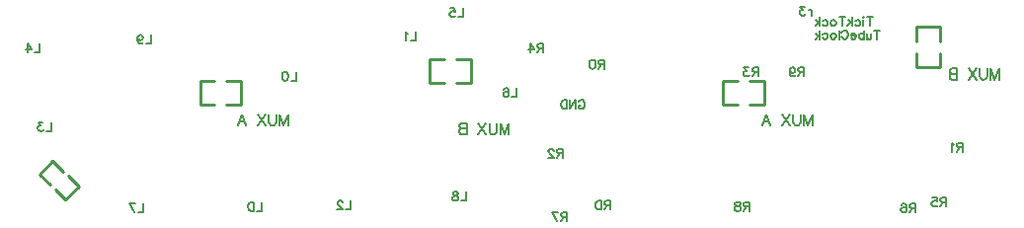
<source format=gbo>
G04 Layer: BottomSilkscreenLayer*
G04 EasyEDA v6.5.1, 2022-03-27 10:56:42*
G04 f4f8d14073c14480b57db79f537dda5a,f5a38c858c354eb5b90fd3f81420cce3,10*
G04 Gerber Generator version 0.2*
G04 Scale: 100 percent, Rotated: No, Reflected: No *
G04 Dimensions in millimeters *
G04 leading zeros omitted , absolute positions ,4 integer and 5 decimal *
%FSLAX45Y45*%
%MOMM*%

%ADD10C,0.2540*%
%ADD28C,0.2032*%
%ADD29C,0.1600*%

%LPD*%
D28*
X2598089Y-1007292D02*
G01*
X2598089Y-1102748D01*
X2598089Y-1007292D02*
G01*
X2561727Y-1102748D01*
X2525361Y-1007292D02*
G01*
X2561727Y-1102748D01*
X2525361Y-1007292D02*
G01*
X2525361Y-1102748D01*
X2495362Y-1007292D02*
G01*
X2495362Y-1075474D01*
X2490817Y-1089111D01*
X2481727Y-1098202D01*
X2468090Y-1102748D01*
X2458999Y-1102748D01*
X2445362Y-1098202D01*
X2436271Y-1089111D01*
X2431727Y-1075474D01*
X2431727Y-1007292D01*
X2401724Y-1007292D02*
G01*
X2338090Y-1102748D01*
X2338090Y-1007292D02*
G01*
X2401724Y-1102748D01*
X2201725Y-1007292D02*
G01*
X2238090Y-1102748D01*
X2201725Y-1007292D02*
G01*
X2165362Y-1102748D01*
X2224453Y-1070930D02*
G01*
X2178999Y-1070930D01*
X7093889Y-1007292D02*
G01*
X7093889Y-1102748D01*
X7093889Y-1007292D02*
G01*
X7057527Y-1102748D01*
X7021161Y-1007292D02*
G01*
X7057527Y-1102748D01*
X7021161Y-1007292D02*
G01*
X7021161Y-1102748D01*
X6991162Y-1007292D02*
G01*
X6991162Y-1075474D01*
X6986617Y-1089111D01*
X6977527Y-1098202D01*
X6963890Y-1102748D01*
X6954799Y-1102748D01*
X6941162Y-1098202D01*
X6932071Y-1089111D01*
X6927527Y-1075474D01*
X6927527Y-1007292D01*
X6897524Y-1007292D02*
G01*
X6833890Y-1102748D01*
X6833890Y-1007292D02*
G01*
X6897524Y-1102748D01*
X6697525Y-1007292D02*
G01*
X6733890Y-1102748D01*
X6697525Y-1007292D02*
G01*
X6661162Y-1102748D01*
X6720253Y-1070930D02*
G01*
X6674799Y-1070930D01*
X4490389Y-1083492D02*
G01*
X4490389Y-1178948D01*
X4490389Y-1083492D02*
G01*
X4454027Y-1178948D01*
X4417661Y-1083492D02*
G01*
X4454027Y-1178948D01*
X4417661Y-1083492D02*
G01*
X4417661Y-1178948D01*
X4387662Y-1083492D02*
G01*
X4387662Y-1151674D01*
X4383117Y-1165311D01*
X4374027Y-1174402D01*
X4360390Y-1178948D01*
X4351299Y-1178948D01*
X4337662Y-1174402D01*
X4328571Y-1165311D01*
X4324027Y-1151674D01*
X4324027Y-1083492D01*
X4294024Y-1083492D02*
G01*
X4230390Y-1178948D01*
X4230390Y-1083492D02*
G01*
X4294024Y-1178948D01*
X4130390Y-1083492D02*
G01*
X4130390Y-1178948D01*
X4130390Y-1083492D02*
G01*
X4089481Y-1083492D01*
X4075844Y-1088039D01*
X4071299Y-1092583D01*
X4066753Y-1101674D01*
X4066753Y-1110764D01*
X4071299Y-1119855D01*
X4075844Y-1124402D01*
X4089481Y-1128948D01*
X4130390Y-1128948D02*
G01*
X4089481Y-1128948D01*
X4075844Y-1133492D01*
X4071299Y-1138039D01*
X4066753Y-1147130D01*
X4066753Y-1160764D01*
X4071299Y-1169855D01*
X4075844Y-1174402D01*
X4089481Y-1178948D01*
X4130390Y-1178948D01*
X8694191Y-614090D02*
G01*
X8694191Y-709546D01*
X8694191Y-614090D02*
G01*
X8657828Y-709546D01*
X8621463Y-614090D02*
G01*
X8657828Y-709546D01*
X8621463Y-614090D02*
G01*
X8621463Y-709546D01*
X8591463Y-614090D02*
G01*
X8591463Y-682271D01*
X8586919Y-695909D01*
X8577828Y-704999D01*
X8564191Y-709546D01*
X8555100Y-709546D01*
X8541463Y-704999D01*
X8532373Y-695909D01*
X8527829Y-682271D01*
X8527829Y-614090D01*
X8497826Y-614090D02*
G01*
X8434191Y-709546D01*
X8434191Y-614090D02*
G01*
X8497826Y-709546D01*
X8334192Y-614090D02*
G01*
X8334192Y-709546D01*
X8334192Y-614090D02*
G01*
X8293282Y-614090D01*
X8279645Y-618637D01*
X8275101Y-623181D01*
X8270554Y-632272D01*
X8270554Y-641362D01*
X8275101Y-650453D01*
X8279645Y-654999D01*
X8293282Y-659546D01*
X8334192Y-659546D02*
G01*
X8293282Y-659546D01*
X8279645Y-664090D01*
X8275101Y-668637D01*
X8270554Y-677727D01*
X8270554Y-691362D01*
X8275101Y-700453D01*
X8279645Y-704999D01*
X8293282Y-709546D01*
X8334192Y-709546D01*
X3695700Y-300273D02*
G01*
X3695700Y-376636D01*
X3695700Y-376636D02*
G01*
X3652062Y-376636D01*
X3628064Y-314817D02*
G01*
X3620790Y-311183D01*
X3609881Y-300273D01*
X3609881Y-376636D01*
X2667000Y-643173D02*
G01*
X2667000Y-719536D01*
X2667000Y-719536D02*
G01*
X2623362Y-719536D01*
X2577546Y-643173D02*
G01*
X2588455Y-646808D01*
X2595727Y-657717D01*
X2599364Y-675899D01*
X2599364Y-686808D01*
X2595727Y-704989D01*
X2588455Y-715898D01*
X2577546Y-719536D01*
X2570271Y-719536D01*
X2559362Y-715898D01*
X2552090Y-704989D01*
X2548455Y-686808D01*
X2548455Y-675899D01*
X2552090Y-657717D01*
X2559362Y-646808D01*
X2570271Y-643173D01*
X2577546Y-643173D01*
X1422400Y-325673D02*
G01*
X1422400Y-402036D01*
X1422400Y-402036D02*
G01*
X1378762Y-402036D01*
X1307490Y-351127D02*
G01*
X1311127Y-362036D01*
X1318399Y-369308D01*
X1329309Y-372945D01*
X1332946Y-372945D01*
X1343855Y-369308D01*
X1351127Y-362036D01*
X1354764Y-351127D01*
X1354764Y-347489D01*
X1351127Y-336583D01*
X1343855Y-329308D01*
X1332946Y-325673D01*
X1329309Y-325673D01*
X1318399Y-329308D01*
X1311127Y-336583D01*
X1307490Y-351127D01*
X1307490Y-369308D01*
X1311127Y-387489D01*
X1318399Y-398398D01*
X1329309Y-402036D01*
X1336581Y-402036D01*
X1347490Y-398398D01*
X1351127Y-391126D01*
X469900Y-401871D02*
G01*
X469900Y-478233D01*
X469900Y-478233D02*
G01*
X426262Y-478233D01*
X365899Y-401871D02*
G01*
X402264Y-452780D01*
X347718Y-452780D01*
X365899Y-401871D02*
G01*
X365899Y-478233D01*
X571500Y-1074971D02*
G01*
X571500Y-1151333D01*
X571500Y-1151333D02*
G01*
X527862Y-1151333D01*
X496590Y-1074971D02*
G01*
X456590Y-1074971D01*
X478409Y-1104061D01*
X467499Y-1104061D01*
X460227Y-1107696D01*
X456590Y-1111333D01*
X452955Y-1122243D01*
X452955Y-1129515D01*
X456590Y-1140424D01*
X463862Y-1147696D01*
X474771Y-1151333D01*
X485681Y-1151333D01*
X496590Y-1147696D01*
X500227Y-1144061D01*
X503864Y-1136787D01*
X3136900Y-1748073D02*
G01*
X3136900Y-1824436D01*
X3136900Y-1824436D02*
G01*
X3093262Y-1824436D01*
X3065627Y-1766255D02*
G01*
X3065627Y-1762617D01*
X3061990Y-1755345D01*
X3058355Y-1751708D01*
X3051081Y-1748073D01*
X3036536Y-1748073D01*
X3029262Y-1751708D01*
X3025627Y-1755345D01*
X3021990Y-1762617D01*
X3021990Y-1769889D01*
X3025627Y-1777164D01*
X3032899Y-1788073D01*
X3069264Y-1824436D01*
X3018355Y-1824436D01*
X4127500Y-1671873D02*
G01*
X4127500Y-1748236D01*
X4127500Y-1748236D02*
G01*
X4083862Y-1748236D01*
X4041681Y-1671873D02*
G01*
X4052590Y-1675508D01*
X4056227Y-1682783D01*
X4056227Y-1690055D01*
X4052590Y-1697327D01*
X4045318Y-1700964D01*
X4030771Y-1704599D01*
X4019862Y-1708236D01*
X4012590Y-1715508D01*
X4008955Y-1722782D01*
X4008955Y-1733689D01*
X4012590Y-1740964D01*
X4016227Y-1744598D01*
X4027136Y-1748236D01*
X4041681Y-1748236D01*
X4052590Y-1744598D01*
X4056227Y-1740964D01*
X4059864Y-1733689D01*
X4059864Y-1722782D01*
X4056227Y-1715508D01*
X4048955Y-1708236D01*
X4038046Y-1704599D01*
X4023499Y-1700964D01*
X4016227Y-1697327D01*
X4012590Y-1690055D01*
X4012590Y-1682783D01*
X4016227Y-1675508D01*
X4027136Y-1671873D01*
X4041681Y-1671873D01*
X1358900Y-1773473D02*
G01*
X1358900Y-1849836D01*
X1358900Y-1849836D02*
G01*
X1315262Y-1849836D01*
X1240355Y-1773473D02*
G01*
X1276718Y-1849836D01*
X1291264Y-1773473D02*
G01*
X1240355Y-1773473D01*
X4559300Y-782873D02*
G01*
X4559300Y-859236D01*
X4559300Y-859236D02*
G01*
X4515662Y-859236D01*
X4448027Y-793783D02*
G01*
X4451662Y-786508D01*
X4462571Y-782873D01*
X4469846Y-782873D01*
X4480755Y-786508D01*
X4488027Y-797417D01*
X4491664Y-815599D01*
X4491664Y-833782D01*
X4488027Y-848326D01*
X4480755Y-855598D01*
X4469846Y-859236D01*
X4466209Y-859236D01*
X4455299Y-855598D01*
X4448027Y-848326D01*
X4444390Y-837417D01*
X4444390Y-833782D01*
X4448027Y-822873D01*
X4455299Y-815599D01*
X4466209Y-811964D01*
X4469846Y-811964D01*
X4480755Y-815599D01*
X4488027Y-822873D01*
X4491664Y-833782D01*
X2374900Y-1760773D02*
G01*
X2374900Y-1837136D01*
X2374900Y-1837136D02*
G01*
X2331262Y-1837136D01*
X2307264Y-1760773D02*
G01*
X2307264Y-1837136D01*
X2307264Y-1760773D02*
G01*
X2281809Y-1760773D01*
X2270899Y-1764408D01*
X2263627Y-1771683D01*
X2259990Y-1778955D01*
X2256355Y-1789864D01*
X2256355Y-1808045D01*
X2259990Y-1818954D01*
X2263627Y-1826226D01*
X2270899Y-1833498D01*
X2281809Y-1837136D01*
X2307264Y-1837136D01*
X4102100Y-97073D02*
G01*
X4102100Y-173436D01*
X4102100Y-173436D02*
G01*
X4058462Y-173436D01*
X3990827Y-97073D02*
G01*
X4027190Y-97073D01*
X4030827Y-129799D01*
X4027190Y-126164D01*
X4016281Y-122527D01*
X4005371Y-122527D01*
X3994462Y-126164D01*
X3987190Y-133436D01*
X3983555Y-144345D01*
X3983555Y-151617D01*
X3987190Y-162526D01*
X3994462Y-169798D01*
X4005371Y-173436D01*
X4016281Y-173436D01*
X4027190Y-169798D01*
X4030827Y-166164D01*
X4034464Y-158889D01*
X8384001Y-1253258D02*
G01*
X8384001Y-1329621D01*
X8384001Y-1253258D02*
G01*
X8351273Y-1253258D01*
X8340364Y-1256893D01*
X8336729Y-1260530D01*
X8333092Y-1267802D01*
X8333092Y-1275074D01*
X8336729Y-1282349D01*
X8340364Y-1285984D01*
X8351273Y-1289621D01*
X8384001Y-1289621D01*
X8358548Y-1289621D02*
G01*
X8333092Y-1329621D01*
X8309091Y-1267802D02*
G01*
X8301819Y-1264168D01*
X8290910Y-1253258D01*
X8290910Y-1329621D01*
X5308600Y-541573D02*
G01*
X5308600Y-617936D01*
X5308600Y-541573D02*
G01*
X5275872Y-541573D01*
X5264962Y-545208D01*
X5261328Y-548845D01*
X5257690Y-556117D01*
X5257690Y-563389D01*
X5261328Y-570664D01*
X5264962Y-574299D01*
X5275872Y-577936D01*
X5308600Y-577936D01*
X5283146Y-577936D02*
G01*
X5257690Y-617936D01*
X5211871Y-541573D02*
G01*
X5222781Y-545208D01*
X5230055Y-556117D01*
X5233690Y-574299D01*
X5233690Y-585208D01*
X5230055Y-603389D01*
X5222781Y-614298D01*
X5211871Y-617936D01*
X5204599Y-617936D01*
X5193690Y-614298D01*
X5186418Y-603389D01*
X5182781Y-585208D01*
X5182781Y-574299D01*
X5186418Y-556117D01*
X5193690Y-545208D01*
X5204599Y-541573D01*
X5211871Y-541573D01*
X7023100Y-605073D02*
G01*
X7023100Y-681436D01*
X7023100Y-605073D02*
G01*
X6990372Y-605073D01*
X6979462Y-608708D01*
X6975828Y-612345D01*
X6972190Y-619617D01*
X6972190Y-626889D01*
X6975828Y-634164D01*
X6979462Y-637799D01*
X6990372Y-641436D01*
X7023100Y-641436D01*
X6997646Y-641436D02*
G01*
X6972190Y-681436D01*
X6900918Y-630527D02*
G01*
X6904555Y-641436D01*
X6911827Y-648708D01*
X6922736Y-652345D01*
X6926371Y-652345D01*
X6937281Y-648708D01*
X6944555Y-641436D01*
X6948190Y-630527D01*
X6948190Y-626889D01*
X6944555Y-615983D01*
X6937281Y-608708D01*
X6926371Y-605073D01*
X6922736Y-605073D01*
X6911827Y-608708D01*
X6904555Y-615983D01*
X6900918Y-630527D01*
X6900918Y-648708D01*
X6904555Y-666889D01*
X6911827Y-677798D01*
X6922736Y-681436D01*
X6930009Y-681436D01*
X6940918Y-677798D01*
X6944555Y-670526D01*
X4787900Y-401873D02*
G01*
X4787900Y-478236D01*
X4787900Y-401873D02*
G01*
X4755172Y-401873D01*
X4744262Y-405508D01*
X4740628Y-409145D01*
X4736990Y-416417D01*
X4736990Y-423689D01*
X4740628Y-430964D01*
X4744262Y-434599D01*
X4755172Y-438236D01*
X4787900Y-438236D01*
X4762446Y-438236D02*
G01*
X4736990Y-478236D01*
X4676627Y-401873D02*
G01*
X4712990Y-452782D01*
X4658446Y-452782D01*
X4676627Y-401873D02*
G01*
X4676627Y-478236D01*
X6629400Y-605073D02*
G01*
X6629400Y-681436D01*
X6629400Y-605073D02*
G01*
X6596672Y-605073D01*
X6585762Y-608708D01*
X6582128Y-612345D01*
X6578490Y-619617D01*
X6578490Y-626889D01*
X6582128Y-634164D01*
X6585762Y-637799D01*
X6596672Y-641436D01*
X6629400Y-641436D01*
X6603946Y-641436D02*
G01*
X6578490Y-681436D01*
X6547218Y-605073D02*
G01*
X6507218Y-605073D01*
X6529036Y-634164D01*
X6518127Y-634164D01*
X6510855Y-637799D01*
X6507218Y-641436D01*
X6503581Y-652345D01*
X6503581Y-659617D01*
X6507218Y-670526D01*
X6514490Y-677798D01*
X6525399Y-681436D01*
X6536309Y-681436D01*
X6547218Y-677798D01*
X6550855Y-674164D01*
X6554490Y-666889D01*
X4953000Y-1303573D02*
G01*
X4953000Y-1379936D01*
X4953000Y-1303573D02*
G01*
X4920272Y-1303573D01*
X4909362Y-1307208D01*
X4905728Y-1310845D01*
X4902090Y-1318117D01*
X4902090Y-1325389D01*
X4905728Y-1332664D01*
X4909362Y-1336299D01*
X4920272Y-1339936D01*
X4953000Y-1339936D01*
X4927546Y-1339936D02*
G01*
X4902090Y-1379936D01*
X4874455Y-1321755D02*
G01*
X4874455Y-1318117D01*
X4870818Y-1310845D01*
X4867181Y-1307208D01*
X4859909Y-1303573D01*
X4845362Y-1303573D01*
X4838090Y-1307208D01*
X4834455Y-1310845D01*
X4830818Y-1318117D01*
X4830818Y-1325389D01*
X4834455Y-1332664D01*
X4841727Y-1343573D01*
X4878090Y-1379936D01*
X4827181Y-1379936D01*
X6553200Y-1760773D02*
G01*
X6553200Y-1837136D01*
X6553200Y-1760773D02*
G01*
X6520472Y-1760773D01*
X6509562Y-1764408D01*
X6505928Y-1768045D01*
X6502290Y-1775317D01*
X6502290Y-1782589D01*
X6505928Y-1789864D01*
X6509562Y-1793499D01*
X6520472Y-1797136D01*
X6553200Y-1797136D01*
X6527746Y-1797136D02*
G01*
X6502290Y-1837136D01*
X6460109Y-1760773D02*
G01*
X6471018Y-1764408D01*
X6474655Y-1771683D01*
X6474655Y-1778955D01*
X6471018Y-1786227D01*
X6463746Y-1789864D01*
X6449199Y-1793499D01*
X6438290Y-1797136D01*
X6431018Y-1804408D01*
X6427381Y-1811682D01*
X6427381Y-1822589D01*
X6431018Y-1829864D01*
X6434655Y-1833498D01*
X6445562Y-1837136D01*
X6460109Y-1837136D01*
X6471018Y-1833498D01*
X6474655Y-1829864D01*
X6478290Y-1822589D01*
X6478290Y-1811682D01*
X6474655Y-1804408D01*
X6467381Y-1797136D01*
X6456471Y-1793499D01*
X6441927Y-1789864D01*
X6434655Y-1786227D01*
X6431018Y-1778955D01*
X6431018Y-1771683D01*
X6434655Y-1764408D01*
X6445562Y-1760773D01*
X6460109Y-1760773D01*
X4991100Y-1849673D02*
G01*
X4991100Y-1926036D01*
X4991100Y-1849673D02*
G01*
X4958372Y-1849673D01*
X4947462Y-1853308D01*
X4943828Y-1856945D01*
X4940190Y-1864217D01*
X4940190Y-1871489D01*
X4943828Y-1878764D01*
X4947462Y-1882399D01*
X4958372Y-1886036D01*
X4991100Y-1886036D01*
X4965646Y-1886036D02*
G01*
X4940190Y-1926036D01*
X4865281Y-1849673D02*
G01*
X4901646Y-1926036D01*
X4916190Y-1849673D02*
G01*
X4865281Y-1849673D01*
X7975600Y-1773471D02*
G01*
X7975600Y-1849833D01*
X7975600Y-1773471D02*
G01*
X7942872Y-1773471D01*
X7931962Y-1777105D01*
X7928328Y-1780743D01*
X7924690Y-1788015D01*
X7924690Y-1795287D01*
X7928328Y-1802561D01*
X7931962Y-1806196D01*
X7942872Y-1809833D01*
X7975600Y-1809833D01*
X7950146Y-1809833D02*
G01*
X7924690Y-1849833D01*
X7857055Y-1784380D02*
G01*
X7860690Y-1777105D01*
X7871599Y-1773471D01*
X7878871Y-1773471D01*
X7889781Y-1777105D01*
X7897055Y-1788015D01*
X7900690Y-1806196D01*
X7900690Y-1824380D01*
X7897055Y-1838924D01*
X7889781Y-1846196D01*
X7878871Y-1849833D01*
X7875236Y-1849833D01*
X7864327Y-1846196D01*
X7857055Y-1838924D01*
X7853418Y-1828015D01*
X7853418Y-1824380D01*
X7857055Y-1813471D01*
X7864327Y-1806196D01*
X7875236Y-1802561D01*
X7878871Y-1802561D01*
X7889781Y-1806196D01*
X7897055Y-1813471D01*
X7900690Y-1824380D01*
X5359400Y-1748073D02*
G01*
X5359400Y-1824436D01*
X5359400Y-1748073D02*
G01*
X5326672Y-1748073D01*
X5315762Y-1751708D01*
X5312128Y-1755345D01*
X5308490Y-1762617D01*
X5308490Y-1769889D01*
X5312128Y-1777164D01*
X5315762Y-1780799D01*
X5326672Y-1784436D01*
X5359400Y-1784436D01*
X5333946Y-1784436D02*
G01*
X5308490Y-1824436D01*
X5284490Y-1748073D02*
G01*
X5284490Y-1824436D01*
X5284490Y-1748073D02*
G01*
X5259036Y-1748073D01*
X5248127Y-1751708D01*
X5240855Y-1758983D01*
X5237218Y-1766255D01*
X5233581Y-1777164D01*
X5233581Y-1795345D01*
X5237218Y-1806254D01*
X5240855Y-1813526D01*
X5248127Y-1820798D01*
X5259036Y-1824436D01*
X5284490Y-1824436D01*
X8242300Y-1722666D02*
G01*
X8242300Y-1799028D01*
X8242300Y-1722666D02*
G01*
X8209572Y-1722666D01*
X8198662Y-1726300D01*
X8195028Y-1729938D01*
X8191390Y-1737210D01*
X8191390Y-1744482D01*
X8195028Y-1751756D01*
X8198662Y-1755391D01*
X8209572Y-1759028D01*
X8242300Y-1759028D01*
X8216846Y-1759028D02*
G01*
X8191390Y-1799028D01*
X8123755Y-1722666D02*
G01*
X8160118Y-1722666D01*
X8163755Y-1755391D01*
X8160118Y-1751756D01*
X8149209Y-1748119D01*
X8138299Y-1748119D01*
X8127390Y-1751756D01*
X8120118Y-1759028D01*
X8116481Y-1769938D01*
X8116481Y-1777210D01*
X8120118Y-1788119D01*
X8127390Y-1795391D01*
X8138299Y-1799028D01*
X8149209Y-1799028D01*
X8160118Y-1795391D01*
X8163755Y-1791756D01*
X8167390Y-1784482D01*
X5088953Y-902655D02*
G01*
X5092590Y-895383D01*
X5099862Y-888108D01*
X5107137Y-884473D01*
X5121681Y-884473D01*
X5128953Y-888108D01*
X5136227Y-895383D01*
X5139862Y-902655D01*
X5143500Y-913564D01*
X5143500Y-931745D01*
X5139862Y-942654D01*
X5136227Y-949926D01*
X5128953Y-957198D01*
X5121681Y-960836D01*
X5107137Y-960836D01*
X5099862Y-957198D01*
X5092590Y-949926D01*
X5088953Y-942654D01*
X5088953Y-931745D01*
X5107137Y-931745D02*
G01*
X5088953Y-931745D01*
X5064955Y-884473D02*
G01*
X5064955Y-960836D01*
X5064955Y-884473D02*
G01*
X5014046Y-960836D01*
X5014046Y-884473D02*
G01*
X5014046Y-960836D01*
X4990045Y-884473D02*
G01*
X4990045Y-960836D01*
X4990045Y-884473D02*
G01*
X4964590Y-884473D01*
X4953683Y-888108D01*
X4946408Y-895383D01*
X4942773Y-902655D01*
X4939136Y-913564D01*
X4939136Y-931745D01*
X4942773Y-942654D01*
X4946408Y-949926D01*
X4953683Y-957198D01*
X4964590Y-960836D01*
X4990045Y-960836D01*
D29*
X7584843Y-171602D02*
G01*
X7584843Y-247964D01*
X7610297Y-171602D02*
G01*
X7559387Y-171602D01*
X7535387Y-171602D02*
G01*
X7531752Y-175237D01*
X7528115Y-171602D01*
X7531752Y-167965D01*
X7535387Y-171602D01*
X7531752Y-197055D02*
G01*
X7531752Y-247964D01*
X7460477Y-207965D02*
G01*
X7467752Y-200693D01*
X7475024Y-197055D01*
X7485933Y-197055D01*
X7493205Y-200693D01*
X7500477Y-207965D01*
X7504115Y-218874D01*
X7504115Y-226146D01*
X7500477Y-237055D01*
X7493205Y-244327D01*
X7485933Y-247964D01*
X7475024Y-247964D01*
X7467752Y-244327D01*
X7460477Y-237055D01*
X7436479Y-171602D02*
G01*
X7436479Y-247964D01*
X7400114Y-197055D02*
G01*
X7436479Y-233418D01*
X7421933Y-218874D02*
G01*
X7396479Y-247964D01*
X7347023Y-171602D02*
G01*
X7347023Y-247964D01*
X7372479Y-171602D02*
G01*
X7321570Y-171602D01*
X7279388Y-197055D02*
G01*
X7286660Y-200693D01*
X7293932Y-207965D01*
X7297569Y-218874D01*
X7297569Y-226146D01*
X7293932Y-237055D01*
X7286660Y-244327D01*
X7279388Y-247964D01*
X7268479Y-247964D01*
X7261207Y-244327D01*
X7253932Y-237055D01*
X7250297Y-226146D01*
X7250297Y-218874D01*
X7253932Y-207965D01*
X7261207Y-200693D01*
X7268479Y-197055D01*
X7279388Y-197055D01*
X7182660Y-207965D02*
G01*
X7189934Y-200693D01*
X7197206Y-197055D01*
X7208116Y-197055D01*
X7215388Y-200693D01*
X7222660Y-207965D01*
X7226297Y-218874D01*
X7226297Y-226146D01*
X7222660Y-237055D01*
X7215388Y-244327D01*
X7208116Y-247964D01*
X7197206Y-247964D01*
X7189934Y-244327D01*
X7182660Y-237055D01*
X7158659Y-171602D02*
G01*
X7158659Y-247964D01*
X7122297Y-197055D02*
G01*
X7158659Y-233418D01*
X7144115Y-218874D02*
G01*
X7118659Y-247964D01*
X7648343Y-285902D02*
G01*
X7648343Y-362264D01*
X7673797Y-285902D02*
G01*
X7622887Y-285902D01*
X7598887Y-311355D02*
G01*
X7598887Y-347718D01*
X7595252Y-358627D01*
X7587978Y-362264D01*
X7577068Y-362264D01*
X7569796Y-358627D01*
X7558887Y-347718D01*
X7558887Y-311355D02*
G01*
X7558887Y-362264D01*
X7534887Y-285902D02*
G01*
X7534887Y-362264D01*
X7534887Y-322265D02*
G01*
X7527615Y-314993D01*
X7520343Y-311355D01*
X7509433Y-311355D01*
X7502161Y-314993D01*
X7494887Y-322265D01*
X7491252Y-333174D01*
X7491252Y-340446D01*
X7494887Y-351355D01*
X7502161Y-358627D01*
X7509433Y-362264D01*
X7520343Y-362264D01*
X7527615Y-358627D01*
X7534887Y-351355D01*
X7467252Y-333174D02*
G01*
X7423614Y-333174D01*
X7423614Y-325902D01*
X7427252Y-318627D01*
X7430886Y-314993D01*
X7438161Y-311355D01*
X7449070Y-311355D01*
X7456342Y-314993D01*
X7463614Y-322265D01*
X7467252Y-333174D01*
X7467252Y-340446D01*
X7463614Y-351355D01*
X7456342Y-358627D01*
X7449070Y-362264D01*
X7438161Y-362264D01*
X7430886Y-358627D01*
X7423614Y-351355D01*
X7345070Y-304083D02*
G01*
X7348705Y-296811D01*
X7355979Y-289537D01*
X7363251Y-285902D01*
X7377798Y-285902D01*
X7385070Y-289537D01*
X7392342Y-296811D01*
X7395979Y-304083D01*
X7399614Y-314993D01*
X7399614Y-333174D01*
X7395979Y-344083D01*
X7392342Y-351355D01*
X7385070Y-358627D01*
X7377798Y-362264D01*
X7363251Y-362264D01*
X7355979Y-358627D01*
X7348705Y-351355D01*
X7345070Y-344083D01*
X7321069Y-285902D02*
G01*
X7321069Y-362264D01*
X7278888Y-311355D02*
G01*
X7286160Y-314993D01*
X7293434Y-322265D01*
X7297069Y-333174D01*
X7297069Y-340446D01*
X7293434Y-351355D01*
X7286160Y-358627D01*
X7278888Y-362264D01*
X7267978Y-362264D01*
X7260706Y-358627D01*
X7253434Y-351355D01*
X7249797Y-340446D01*
X7249797Y-333174D01*
X7253434Y-322265D01*
X7260706Y-314993D01*
X7267978Y-311355D01*
X7278888Y-311355D01*
X7182159Y-322265D02*
G01*
X7189434Y-314993D01*
X7196706Y-311355D01*
X7207615Y-311355D01*
X7214887Y-314993D01*
X7222159Y-322265D01*
X7225797Y-333174D01*
X7225797Y-340446D01*
X7222159Y-351355D01*
X7214887Y-358627D01*
X7207615Y-362264D01*
X7196706Y-362264D01*
X7189434Y-358627D01*
X7182159Y-351355D01*
X7158161Y-285902D02*
G01*
X7158161Y-362264D01*
X7121796Y-311355D02*
G01*
X7158161Y-347718D01*
X7143615Y-333174D02*
G01*
X7118162Y-362264D01*
X7089597Y-108150D02*
G01*
X7089597Y-159059D01*
X7089597Y-129969D02*
G01*
X7085959Y-119059D01*
X7078687Y-111787D01*
X7071415Y-108150D01*
X7060506Y-108150D01*
X7029234Y-82697D02*
G01*
X6989234Y-82697D01*
X7011052Y-111787D01*
X7000143Y-111787D01*
X6992868Y-115423D01*
X6989234Y-119059D01*
X6985596Y-129969D01*
X6985596Y-137241D01*
X6989234Y-148150D01*
X6996506Y-155423D01*
X7007415Y-159059D01*
X7018324Y-159059D01*
X7029234Y-155423D01*
X7032868Y-151787D01*
X7036506Y-144513D01*
D10*
X802068Y-1624919D02*
G01*
X690920Y-1740016D01*
X558152Y-1611096D02*
G01*
X468238Y-1524266D01*
X669300Y-1495999D02*
G01*
X579386Y-1409169D01*
X600999Y-1653184D02*
G01*
X690920Y-1740016D01*
X712149Y-1538084D02*
G01*
X802068Y-1624919D01*
X579386Y-1409169D02*
G01*
X468238Y-1524266D01*
X1969300Y-927496D02*
G01*
X1844299Y-927496D01*
X1969300Y-723503D02*
G01*
X1844299Y-723503D01*
X2069299Y-927496D02*
G01*
X2194300Y-927496D01*
X2069299Y-723503D02*
G01*
X2194300Y-723503D01*
X1844296Y-927496D02*
G01*
X1844299Y-723503D01*
X2194300Y-927496D02*
G01*
X2194300Y-723503D01*
X3937800Y-736996D02*
G01*
X3812799Y-736996D01*
X3937800Y-533003D02*
G01*
X3812799Y-533003D01*
X4037799Y-736996D02*
G01*
X4162800Y-736996D01*
X4037799Y-533003D02*
G01*
X4162800Y-533003D01*
X3812796Y-736996D02*
G01*
X3812799Y-533003D01*
X4162800Y-736996D02*
G01*
X4162800Y-533003D01*
X6452400Y-927496D02*
G01*
X6327399Y-927496D01*
X6452400Y-723503D02*
G01*
X6327399Y-723503D01*
X6552399Y-927496D02*
G01*
X6677400Y-927496D01*
X6552399Y-723503D02*
G01*
X6677400Y-723503D01*
X6327396Y-927496D02*
G01*
X6327399Y-723503D01*
X6677400Y-927496D02*
G01*
X6677400Y-723503D01*
X8191896Y-481799D02*
G01*
X8191896Y-606800D01*
X7987903Y-481799D02*
G01*
X7987903Y-606800D01*
X8191896Y-381800D02*
G01*
X8191896Y-256799D01*
X7987903Y-381800D02*
G01*
X7987903Y-256799D01*
X8191896Y-606803D02*
G01*
X7987903Y-606800D01*
X8191896Y-256799D02*
G01*
X7987903Y-256799D01*
M02*

</source>
